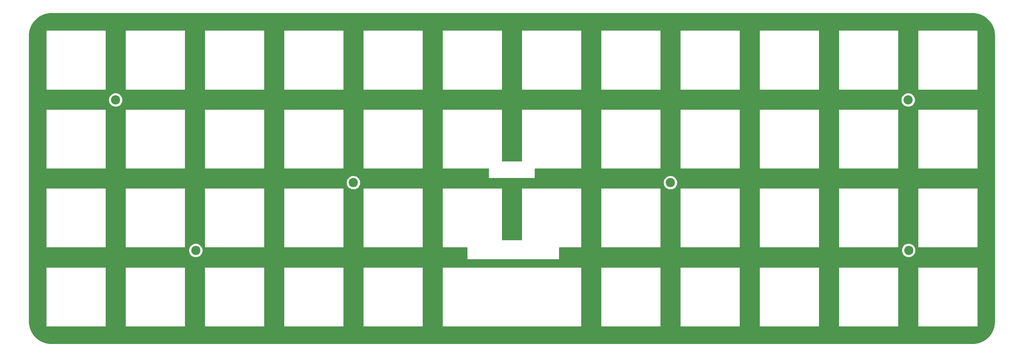
<source format=gbr>
%TF.GenerationSoftware,KiCad,Pcbnew,7.0.2*%
%TF.CreationDate,2023-05-30T09:56:30-07:00*%
%TF.ProjectId,=48,3d34382e-6b69-4636-9164-5f7063625858,rev?*%
%TF.SameCoordinates,Original*%
%TF.FileFunction,Copper,L1,Top*%
%TF.FilePolarity,Positive*%
%FSLAX46Y46*%
G04 Gerber Fmt 4.6, Leading zero omitted, Abs format (unit mm)*
G04 Created by KiCad (PCBNEW 7.0.2) date 2023-05-30 09:56:30*
%MOMM*%
%LPD*%
G01*
G04 APERTURE LIST*
%TA.AperFunction,ComponentPad*%
%ADD10C,2.200000*%
%TD*%
G04 APERTURE END LIST*
D10*
%TO.P,REF\u002A\u002A,*%
%TO.N,*%
X90068400Y-53924200D03*
%TD*%
%TO.P,REF\u002A\u002A,*%
%TO.N,*%
X52160000Y-70237400D03*
%TD*%
%TO.P,REF\u002A\u002A,*%
%TO.N,*%
X32918400Y-34010600D03*
%TD*%
%TO.P,REF\u002A\u002A,*%
%TO.N,*%
X166268400Y-53924200D03*
%TD*%
%TO.P,REF\u002A\u002A,*%
%TO.N,*%
X223520000Y-70205600D03*
%TD*%
%TO.P,REF\u002A\u002A,*%
%TO.N,*%
X223418400Y-34010600D03*
%TD*%
%TA.AperFunction,NonConductor*%
G36*
X238922611Y-13091608D02*
G01*
X239137472Y-13100494D01*
X239363091Y-13110345D01*
X239373147Y-13111190D01*
X239596236Y-13138998D01*
X239814128Y-13167685D01*
X239823515Y-13169286D01*
X240045009Y-13215728D01*
X240258629Y-13263087D01*
X240267251Y-13265323D01*
X240412444Y-13308549D01*
X240484959Y-13330138D01*
X240503465Y-13335972D01*
X240693392Y-13395856D01*
X240701254Y-13398627D01*
X240912217Y-13480945D01*
X240914568Y-13481890D01*
X241115274Y-13565025D01*
X241122378Y-13568229D01*
X241325925Y-13667737D01*
X241328760Y-13669168D01*
X241521265Y-13769380D01*
X241527571Y-13772895D01*
X241722311Y-13888935D01*
X241725475Y-13890885D01*
X241908439Y-14007447D01*
X241913954Y-14011169D01*
X242098446Y-14142893D01*
X242101910Y-14145457D01*
X242273992Y-14277499D01*
X242278722Y-14281313D01*
X242451752Y-14427862D01*
X242455442Y-14431114D01*
X242615314Y-14577610D01*
X242619285Y-14581412D01*
X242779586Y-14741713D01*
X242783388Y-14745684D01*
X242929884Y-14905556D01*
X242933136Y-14909246D01*
X243079685Y-15082276D01*
X243083499Y-15087006D01*
X243215523Y-15259063D01*
X243218105Y-15262552D01*
X243349829Y-15447044D01*
X243353551Y-15452559D01*
X243470101Y-15635505D01*
X243472075Y-15638707D01*
X243588100Y-15833422D01*
X243591622Y-15839740D01*
X243691827Y-16032232D01*
X243693261Y-16035073D01*
X243792765Y-16238612D01*
X243795977Y-16245733D01*
X243879082Y-16446365D01*
X243880054Y-16448781D01*
X243962370Y-16659740D01*
X243965157Y-16667653D01*
X244030861Y-16876040D01*
X244095669Y-17093726D01*
X244097918Y-17102398D01*
X244145284Y-17316051D01*
X244191712Y-17537479D01*
X244193315Y-17546884D01*
X244222011Y-17764841D01*
X244249807Y-17987836D01*
X244250654Y-17997923D01*
X244260510Y-18223649D01*
X244269392Y-18438388D01*
X244269500Y-18443595D01*
X244269500Y-87382804D01*
X244269392Y-87388011D01*
X244260510Y-87602750D01*
X244250654Y-87828475D01*
X244249806Y-87838563D01*
X244222011Y-88061558D01*
X244193315Y-88279513D01*
X244191711Y-88288921D01*
X244145284Y-88510347D01*
X244097919Y-88723997D01*
X244095669Y-88732674D01*
X244030861Y-88950359D01*
X243965157Y-89158749D01*
X243962371Y-89166654D01*
X243880053Y-89377617D01*
X243879082Y-89380033D01*
X243795977Y-89580665D01*
X243792765Y-89587786D01*
X243693261Y-89791325D01*
X243691827Y-89794166D01*
X243591622Y-89986658D01*
X243588100Y-89992976D01*
X243472075Y-90187691D01*
X243470101Y-90190893D01*
X243353551Y-90373839D01*
X243349829Y-90379354D01*
X243218105Y-90563846D01*
X243215523Y-90567335D01*
X243083499Y-90739392D01*
X243079685Y-90744122D01*
X242933136Y-90917152D01*
X242929884Y-90920842D01*
X242783388Y-91080714D01*
X242779586Y-91084685D01*
X242619285Y-91244986D01*
X242615314Y-91248788D01*
X242455442Y-91395284D01*
X242451752Y-91398536D01*
X242278722Y-91545085D01*
X242273992Y-91548899D01*
X242101935Y-91680923D01*
X242098446Y-91683505D01*
X241913954Y-91815229D01*
X241908439Y-91818951D01*
X241725493Y-91935501D01*
X241722291Y-91937475D01*
X241527576Y-92053500D01*
X241521258Y-92057022D01*
X241328766Y-92157227D01*
X241325925Y-92158661D01*
X241122386Y-92258165D01*
X241115265Y-92261377D01*
X240914633Y-92344482D01*
X240912217Y-92345454D01*
X240701258Y-92427770D01*
X240693345Y-92430557D01*
X240484959Y-92496261D01*
X240267272Y-92561069D01*
X240258600Y-92563318D01*
X240044948Y-92610684D01*
X239823519Y-92657112D01*
X239814114Y-92658715D01*
X239596158Y-92687411D01*
X239373162Y-92715207D01*
X239363075Y-92716054D01*
X239137350Y-92725910D01*
X238922611Y-92734792D01*
X238917404Y-92734900D01*
X17422596Y-92734900D01*
X17417389Y-92734792D01*
X17202649Y-92725910D01*
X16976923Y-92716054D01*
X16966835Y-92715206D01*
X16743841Y-92687411D01*
X16525885Y-92658715D01*
X16516477Y-92657111D01*
X16295052Y-92610684D01*
X16081401Y-92563319D01*
X16072724Y-92561069D01*
X15855040Y-92496261D01*
X15696254Y-92446197D01*
X15646641Y-92430554D01*
X15638744Y-92427771D01*
X15427781Y-92345453D01*
X15425365Y-92344482D01*
X15224733Y-92261377D01*
X15217612Y-92258165D01*
X15014073Y-92158661D01*
X15011232Y-92157227D01*
X14818740Y-92057022D01*
X14812422Y-92053500D01*
X14617707Y-91937475D01*
X14614505Y-91935501D01*
X14431559Y-91818951D01*
X14426044Y-91815229D01*
X14241552Y-91683505D01*
X14238063Y-91680923D01*
X14066006Y-91548899D01*
X14061276Y-91545085D01*
X13888246Y-91398536D01*
X13884556Y-91395284D01*
X13724684Y-91248788D01*
X13720713Y-91244986D01*
X13560412Y-91084685D01*
X13556610Y-91080714D01*
X13410114Y-90920842D01*
X13406862Y-90917152D01*
X13260313Y-90744122D01*
X13256499Y-90739392D01*
X13124457Y-90567310D01*
X13121893Y-90563846D01*
X12990169Y-90379354D01*
X12986447Y-90373839D01*
X12869897Y-90190893D01*
X12867923Y-90187691D01*
X12751898Y-89992976D01*
X12748376Y-89986658D01*
X12648171Y-89794166D01*
X12646737Y-89791325D01*
X12547233Y-89587786D01*
X12544021Y-89580665D01*
X12460889Y-89379966D01*
X12459970Y-89377683D01*
X12377624Y-89166649D01*
X12374841Y-89158744D01*
X12309138Y-88950358D01*
X12244329Y-88732672D01*
X12242084Y-88724016D01*
X12194715Y-88510347D01*
X12186570Y-88471500D01*
X16321415Y-88471500D01*
X16321458Y-88495999D01*
X16321500Y-88496099D01*
X16321616Y-88496382D01*
X16321617Y-88496383D01*
X16322000Y-88496541D01*
X16322002Y-88496539D01*
X16347014Y-88496524D01*
X16347014Y-88496528D01*
X16347158Y-88496500D01*
X30446842Y-88496500D01*
X30446985Y-88496528D01*
X30446986Y-88496524D01*
X30471997Y-88496539D01*
X30472000Y-88496541D01*
X30472383Y-88496383D01*
X30472500Y-88496099D01*
X30472541Y-88496000D01*
X30472541Y-88495999D01*
X30472584Y-88471500D01*
X35371415Y-88471500D01*
X35371458Y-88495999D01*
X35371500Y-88496099D01*
X35371616Y-88496382D01*
X35371617Y-88496383D01*
X35372000Y-88496541D01*
X35372002Y-88496539D01*
X35397014Y-88496524D01*
X35397014Y-88496528D01*
X35397158Y-88496500D01*
X49496842Y-88496500D01*
X49496985Y-88496528D01*
X49496986Y-88496524D01*
X49521997Y-88496539D01*
X49522000Y-88496541D01*
X49522383Y-88496383D01*
X49522500Y-88496099D01*
X49522541Y-88496000D01*
X49522541Y-88495999D01*
X49522584Y-88471500D01*
X54421415Y-88471500D01*
X54421458Y-88495999D01*
X54421500Y-88496099D01*
X54421616Y-88496382D01*
X54421617Y-88496383D01*
X54422000Y-88496541D01*
X54422002Y-88496539D01*
X54447014Y-88496524D01*
X54447014Y-88496528D01*
X54447158Y-88496500D01*
X68546842Y-88496500D01*
X68546985Y-88496528D01*
X68546986Y-88496524D01*
X68571997Y-88496539D01*
X68572000Y-88496541D01*
X68572383Y-88496383D01*
X68572500Y-88496099D01*
X68572541Y-88496000D01*
X68572541Y-88495999D01*
X68572584Y-88471500D01*
X73471415Y-88471500D01*
X73471458Y-88495999D01*
X73471500Y-88496099D01*
X73471616Y-88496382D01*
X73471617Y-88496383D01*
X73472000Y-88496541D01*
X73472002Y-88496539D01*
X73497014Y-88496524D01*
X73497014Y-88496528D01*
X73497158Y-88496500D01*
X87596842Y-88496500D01*
X87596985Y-88496528D01*
X87596986Y-88496524D01*
X87621997Y-88496539D01*
X87622000Y-88496541D01*
X87622383Y-88496383D01*
X87622500Y-88496099D01*
X87622541Y-88496000D01*
X87622541Y-88495999D01*
X87622584Y-88471500D01*
X92521415Y-88471500D01*
X92521458Y-88495999D01*
X92521500Y-88496099D01*
X92521616Y-88496382D01*
X92521617Y-88496383D01*
X92522000Y-88496541D01*
X92522002Y-88496539D01*
X92547014Y-88496524D01*
X92547014Y-88496528D01*
X92547158Y-88496500D01*
X106646842Y-88496500D01*
X106646985Y-88496528D01*
X106646986Y-88496524D01*
X106671997Y-88496539D01*
X106672000Y-88496541D01*
X106672383Y-88496383D01*
X106672500Y-88496099D01*
X106672541Y-88496000D01*
X106672541Y-88495999D01*
X106672584Y-88471500D01*
X111571415Y-88471500D01*
X111571458Y-88495999D01*
X111571500Y-88496099D01*
X111571616Y-88496382D01*
X111571617Y-88496383D01*
X111572000Y-88496541D01*
X111572002Y-88496539D01*
X111597014Y-88496524D01*
X111597014Y-88496528D01*
X111597158Y-88496500D01*
X144746842Y-88496500D01*
X144746985Y-88496528D01*
X144746986Y-88496524D01*
X144771997Y-88496539D01*
X144772000Y-88496541D01*
X144772383Y-88496383D01*
X144772500Y-88496099D01*
X144772541Y-88496000D01*
X144772541Y-88495999D01*
X144772584Y-88471500D01*
X149671415Y-88471500D01*
X149671458Y-88495999D01*
X149671500Y-88496099D01*
X149671616Y-88496382D01*
X149671617Y-88496383D01*
X149672000Y-88496541D01*
X149672002Y-88496539D01*
X149697014Y-88496524D01*
X149697014Y-88496528D01*
X149697158Y-88496500D01*
X163796842Y-88496500D01*
X163796985Y-88496528D01*
X163796986Y-88496524D01*
X163821997Y-88496539D01*
X163822000Y-88496541D01*
X163822383Y-88496383D01*
X163822500Y-88496099D01*
X163822541Y-88496000D01*
X163822541Y-88495999D01*
X163822584Y-88471500D01*
X168721415Y-88471500D01*
X168721458Y-88495999D01*
X168721500Y-88496099D01*
X168721616Y-88496382D01*
X168721617Y-88496383D01*
X168722000Y-88496541D01*
X168722002Y-88496539D01*
X168747014Y-88496524D01*
X168747014Y-88496528D01*
X168747158Y-88496500D01*
X182846842Y-88496500D01*
X182846985Y-88496528D01*
X182846986Y-88496524D01*
X182871997Y-88496539D01*
X182872000Y-88496541D01*
X182872383Y-88496383D01*
X182872500Y-88496099D01*
X182872541Y-88496000D01*
X182872541Y-88495999D01*
X182872584Y-88471500D01*
X187771415Y-88471500D01*
X187771458Y-88495999D01*
X187771500Y-88496099D01*
X187771616Y-88496382D01*
X187771617Y-88496383D01*
X187772000Y-88496541D01*
X187772002Y-88496539D01*
X187797014Y-88496524D01*
X187797014Y-88496528D01*
X187797158Y-88496500D01*
X201896842Y-88496500D01*
X201896985Y-88496528D01*
X201896986Y-88496524D01*
X201921997Y-88496539D01*
X201922000Y-88496541D01*
X201922383Y-88496383D01*
X201922500Y-88496099D01*
X201922541Y-88496000D01*
X201922541Y-88495999D01*
X201922584Y-88471500D01*
X206821415Y-88471500D01*
X206821458Y-88495999D01*
X206821500Y-88496099D01*
X206821616Y-88496382D01*
X206821617Y-88496383D01*
X206822000Y-88496541D01*
X206822002Y-88496539D01*
X206847014Y-88496524D01*
X206847014Y-88496528D01*
X206847158Y-88496500D01*
X220946842Y-88496500D01*
X220946985Y-88496528D01*
X220946986Y-88496524D01*
X220971997Y-88496539D01*
X220972000Y-88496541D01*
X220972383Y-88496383D01*
X220972500Y-88496099D01*
X220972541Y-88496000D01*
X220972541Y-88495999D01*
X220972584Y-88471500D01*
X225871415Y-88471500D01*
X225871458Y-88495999D01*
X225871500Y-88496099D01*
X225871616Y-88496382D01*
X225871617Y-88496383D01*
X225872000Y-88496541D01*
X225872002Y-88496539D01*
X225897014Y-88496524D01*
X225897014Y-88496528D01*
X225897158Y-88496500D01*
X239996842Y-88496500D01*
X239996985Y-88496528D01*
X239996986Y-88496524D01*
X240021997Y-88496539D01*
X240022000Y-88496541D01*
X240022383Y-88496383D01*
X240022500Y-88496099D01*
X240022541Y-88496000D01*
X240022541Y-88495999D01*
X240022584Y-88471500D01*
X240022500Y-88471072D01*
X240022500Y-74371157D01*
X240022528Y-74371014D01*
X240022524Y-74371014D01*
X240022539Y-74346002D01*
X240022541Y-74346000D01*
X240022383Y-74345617D01*
X240022379Y-74345615D01*
X240022097Y-74345499D01*
X240022000Y-74345459D01*
X239997048Y-74345459D01*
X239996842Y-74345500D01*
X225897158Y-74345500D01*
X225896952Y-74345459D01*
X225871999Y-74345459D01*
X225871900Y-74345500D01*
X225871618Y-74345615D01*
X225871617Y-74345617D01*
X225871459Y-74346000D01*
X225871476Y-74371014D01*
X225871471Y-74371014D01*
X225871500Y-74371157D01*
X225871500Y-88471072D01*
X225871415Y-88471500D01*
X220972584Y-88471500D01*
X220972500Y-88471072D01*
X220972500Y-74371157D01*
X220972528Y-74371014D01*
X220972524Y-74371014D01*
X220972539Y-74346002D01*
X220972541Y-74346000D01*
X220972383Y-74345617D01*
X220972379Y-74345615D01*
X220972097Y-74345499D01*
X220972000Y-74345459D01*
X220947048Y-74345459D01*
X220946842Y-74345500D01*
X206847158Y-74345500D01*
X206846952Y-74345459D01*
X206821999Y-74345459D01*
X206821900Y-74345500D01*
X206821618Y-74345615D01*
X206821617Y-74345617D01*
X206821459Y-74346000D01*
X206821476Y-74371014D01*
X206821471Y-74371014D01*
X206821500Y-74371157D01*
X206821500Y-88471072D01*
X206821415Y-88471500D01*
X201922584Y-88471500D01*
X201922500Y-88471072D01*
X201922500Y-74371157D01*
X201922528Y-74371014D01*
X201922524Y-74371014D01*
X201922539Y-74346002D01*
X201922541Y-74346000D01*
X201922383Y-74345617D01*
X201922379Y-74345615D01*
X201922097Y-74345499D01*
X201922000Y-74345459D01*
X201897048Y-74345459D01*
X201896842Y-74345500D01*
X187797158Y-74345500D01*
X187796952Y-74345459D01*
X187771999Y-74345459D01*
X187771900Y-74345500D01*
X187771618Y-74345615D01*
X187771617Y-74345617D01*
X187771459Y-74346000D01*
X187771476Y-74371014D01*
X187771471Y-74371014D01*
X187771500Y-74371157D01*
X187771500Y-88471072D01*
X187771415Y-88471500D01*
X182872584Y-88471500D01*
X182872500Y-88471072D01*
X182872500Y-74371157D01*
X182872528Y-74371014D01*
X182872524Y-74371014D01*
X182872539Y-74346002D01*
X182872541Y-74346000D01*
X182872383Y-74345617D01*
X182872379Y-74345615D01*
X182872097Y-74345499D01*
X182872000Y-74345459D01*
X182847048Y-74345459D01*
X182846842Y-74345500D01*
X168747158Y-74345500D01*
X168746952Y-74345459D01*
X168721999Y-74345459D01*
X168721900Y-74345500D01*
X168721618Y-74345615D01*
X168721617Y-74345617D01*
X168721459Y-74346000D01*
X168721476Y-74371014D01*
X168721471Y-74371014D01*
X168721500Y-74371157D01*
X168721500Y-88471072D01*
X168721415Y-88471500D01*
X163822584Y-88471500D01*
X163822500Y-88471072D01*
X163822500Y-74371157D01*
X163822528Y-74371014D01*
X163822524Y-74371014D01*
X163822539Y-74346002D01*
X163822541Y-74346000D01*
X163822383Y-74345617D01*
X163822379Y-74345615D01*
X163822097Y-74345499D01*
X163822000Y-74345459D01*
X163797048Y-74345459D01*
X163796842Y-74345500D01*
X149697158Y-74345500D01*
X149696952Y-74345459D01*
X149671999Y-74345459D01*
X149671900Y-74345500D01*
X149671618Y-74345615D01*
X149671617Y-74345617D01*
X149671459Y-74346000D01*
X149671476Y-74371014D01*
X149671471Y-74371014D01*
X149671500Y-74371157D01*
X149671500Y-88471072D01*
X149671415Y-88471500D01*
X144772584Y-88471500D01*
X144772500Y-88471072D01*
X144772500Y-74371157D01*
X144772528Y-74371014D01*
X144772524Y-74371014D01*
X144772539Y-74346002D01*
X144772541Y-74346000D01*
X144772383Y-74345617D01*
X144772379Y-74345615D01*
X144772097Y-74345499D01*
X144772000Y-74345459D01*
X144747048Y-74345459D01*
X144746842Y-74345500D01*
X111597158Y-74345500D01*
X111596952Y-74345459D01*
X111571999Y-74345459D01*
X111571900Y-74345500D01*
X111571618Y-74345615D01*
X111571617Y-74345617D01*
X111571459Y-74346000D01*
X111571476Y-74371014D01*
X111571471Y-74371014D01*
X111571500Y-74371157D01*
X111571500Y-88471072D01*
X111571415Y-88471500D01*
X106672584Y-88471500D01*
X106672500Y-88471072D01*
X106672500Y-74371157D01*
X106672528Y-74371014D01*
X106672524Y-74371014D01*
X106672539Y-74346002D01*
X106672541Y-74346000D01*
X106672383Y-74345617D01*
X106672379Y-74345615D01*
X106672097Y-74345499D01*
X106672000Y-74345459D01*
X106647048Y-74345459D01*
X106646842Y-74345500D01*
X92547158Y-74345500D01*
X92546952Y-74345459D01*
X92521999Y-74345459D01*
X92521900Y-74345500D01*
X92521618Y-74345615D01*
X92521617Y-74345617D01*
X92521459Y-74346000D01*
X92521476Y-74371014D01*
X92521471Y-74371014D01*
X92521500Y-74371157D01*
X92521500Y-88471072D01*
X92521415Y-88471500D01*
X87622584Y-88471500D01*
X87622500Y-88471072D01*
X87622500Y-74371157D01*
X87622528Y-74371014D01*
X87622524Y-74371014D01*
X87622539Y-74346002D01*
X87622541Y-74346000D01*
X87622383Y-74345617D01*
X87622379Y-74345615D01*
X87622097Y-74345499D01*
X87622000Y-74345459D01*
X87597048Y-74345459D01*
X87596842Y-74345500D01*
X73497158Y-74345500D01*
X73496952Y-74345459D01*
X73471999Y-74345459D01*
X73471900Y-74345500D01*
X73471618Y-74345615D01*
X73471617Y-74345617D01*
X73471459Y-74346000D01*
X73471476Y-74371014D01*
X73471471Y-74371014D01*
X73471500Y-74371157D01*
X73471500Y-88471072D01*
X73471415Y-88471500D01*
X68572584Y-88471500D01*
X68572500Y-88471072D01*
X68572500Y-74371157D01*
X68572528Y-74371014D01*
X68572524Y-74371014D01*
X68572539Y-74346002D01*
X68572541Y-74346000D01*
X68572383Y-74345617D01*
X68572379Y-74345615D01*
X68572097Y-74345499D01*
X68572000Y-74345459D01*
X68547048Y-74345459D01*
X68546842Y-74345500D01*
X54447158Y-74345500D01*
X54446952Y-74345459D01*
X54421999Y-74345459D01*
X54421900Y-74345500D01*
X54421618Y-74345615D01*
X54421617Y-74345617D01*
X54421459Y-74346000D01*
X54421476Y-74371014D01*
X54421471Y-74371014D01*
X54421500Y-74371157D01*
X54421500Y-88471072D01*
X54421415Y-88471500D01*
X49522584Y-88471500D01*
X49522500Y-88471072D01*
X49522500Y-74371157D01*
X49522528Y-74371014D01*
X49522524Y-74371014D01*
X49522539Y-74346002D01*
X49522541Y-74346000D01*
X49522383Y-74345617D01*
X49522379Y-74345615D01*
X49522097Y-74345499D01*
X49522000Y-74345459D01*
X49497048Y-74345459D01*
X49496842Y-74345500D01*
X35397158Y-74345500D01*
X35396952Y-74345459D01*
X35371999Y-74345459D01*
X35371900Y-74345500D01*
X35371618Y-74345615D01*
X35371617Y-74345617D01*
X35371459Y-74346000D01*
X35371476Y-74371014D01*
X35371471Y-74371014D01*
X35371500Y-74371157D01*
X35371500Y-88471072D01*
X35371415Y-88471500D01*
X30472584Y-88471500D01*
X30472500Y-88471072D01*
X30472500Y-74371157D01*
X30472528Y-74371014D01*
X30472524Y-74371014D01*
X30472539Y-74346002D01*
X30472541Y-74346000D01*
X30472383Y-74345617D01*
X30472379Y-74345615D01*
X30472097Y-74345499D01*
X30472000Y-74345459D01*
X30447048Y-74345459D01*
X30446842Y-74345500D01*
X16347158Y-74345500D01*
X16346952Y-74345459D01*
X16321999Y-74345459D01*
X16321900Y-74345500D01*
X16321618Y-74345615D01*
X16321617Y-74345617D01*
X16321459Y-74346000D01*
X16321476Y-74371014D01*
X16321471Y-74371014D01*
X16321500Y-74371157D01*
X16321500Y-88471072D01*
X16321415Y-88471500D01*
X12186570Y-88471500D01*
X12148281Y-88288894D01*
X12146686Y-88279533D01*
X12117998Y-88061635D01*
X12090187Y-87838522D01*
X12089345Y-87828493D01*
X12079494Y-87602872D01*
X12070608Y-87388011D01*
X12070500Y-87382804D01*
X12070500Y-70237400D01*
X50546526Y-70237400D01*
X50566390Y-70489803D01*
X50625494Y-70735991D01*
X50625495Y-70735991D01*
X50722384Y-70969902D01*
X50854672Y-71185776D01*
X51019102Y-71378298D01*
X51211624Y-71542728D01*
X51427498Y-71675016D01*
X51661409Y-71771905D01*
X51848492Y-71816819D01*
X51907596Y-71831009D01*
X51926011Y-71832458D01*
X52160000Y-71850874D01*
X52412403Y-71831009D01*
X52658591Y-71771905D01*
X52892502Y-71675016D01*
X53108376Y-71542728D01*
X53300898Y-71378298D01*
X53465328Y-71185776D01*
X53597616Y-70969902D01*
X53694505Y-70735991D01*
X53753609Y-70489803D01*
X53773474Y-70237400D01*
X53753609Y-69984997D01*
X53694505Y-69738809D01*
X53597616Y-69504898D01*
X53577150Y-69471500D01*
X54421415Y-69471500D01*
X54421458Y-69495999D01*
X54421500Y-69496099D01*
X54421616Y-69496382D01*
X54421617Y-69496383D01*
X54422000Y-69496541D01*
X54422002Y-69496539D01*
X54447014Y-69496524D01*
X54447014Y-69496528D01*
X54447158Y-69496500D01*
X68546842Y-69496500D01*
X68546985Y-69496528D01*
X68546986Y-69496524D01*
X68571997Y-69496539D01*
X68572000Y-69496541D01*
X68572383Y-69496383D01*
X68572500Y-69496099D01*
X68572541Y-69496000D01*
X68572541Y-69495999D01*
X68572584Y-69471500D01*
X73471415Y-69471500D01*
X73471458Y-69495999D01*
X73471500Y-69496099D01*
X73471616Y-69496382D01*
X73471617Y-69496383D01*
X73472000Y-69496541D01*
X73472002Y-69496539D01*
X73497014Y-69496524D01*
X73497014Y-69496528D01*
X73497158Y-69496500D01*
X87596842Y-69496500D01*
X87596985Y-69496528D01*
X87596986Y-69496524D01*
X87621997Y-69496539D01*
X87622000Y-69496541D01*
X87622383Y-69496383D01*
X87622500Y-69496099D01*
X87622541Y-69496000D01*
X87622541Y-69495999D01*
X87622584Y-69471500D01*
X92521415Y-69471500D01*
X92521458Y-69495999D01*
X92521500Y-69496099D01*
X92521616Y-69496382D01*
X92521617Y-69496383D01*
X92522000Y-69496541D01*
X92522002Y-69496539D01*
X92547014Y-69496524D01*
X92547014Y-69496528D01*
X92547158Y-69496500D01*
X106646842Y-69496500D01*
X106646985Y-69496528D01*
X106646986Y-69496524D01*
X106671997Y-69496539D01*
X106672000Y-69496541D01*
X106672383Y-69496383D01*
X106672500Y-69496099D01*
X106672541Y-69496000D01*
X106672541Y-69495999D01*
X106672584Y-69471500D01*
X111571415Y-69471500D01*
X111571458Y-69495999D01*
X111571500Y-69496099D01*
X111571616Y-69496382D01*
X111571617Y-69496383D01*
X111572000Y-69496541D01*
X111572002Y-69496539D01*
X111580518Y-69496498D01*
X116660659Y-69495119D01*
X117343466Y-69494934D01*
X117411592Y-69514918D01*
X117458099Y-69568561D01*
X117469500Y-69620934D01*
X117469499Y-72285072D01*
X117469415Y-72285500D01*
X117469458Y-72309999D01*
X117469500Y-72310099D01*
X117469616Y-72310382D01*
X117469617Y-72310383D01*
X117470000Y-72310541D01*
X117470002Y-72310539D01*
X117495014Y-72310524D01*
X117495014Y-72310528D01*
X117495158Y-72310500D01*
X128469901Y-72310500D01*
X139444842Y-72310500D01*
X139444985Y-72310528D01*
X139444986Y-72310524D01*
X139469997Y-72310539D01*
X139470000Y-72310541D01*
X139470383Y-72310383D01*
X139470500Y-72310099D01*
X139470541Y-72310000D01*
X139470541Y-72309999D01*
X139470584Y-72285500D01*
X139470500Y-72285072D01*
X139470500Y-70205600D01*
X221906526Y-70205600D01*
X221926390Y-70458003D01*
X221934025Y-70489803D01*
X221985495Y-70704191D01*
X222082384Y-70938102D01*
X222214672Y-71153976D01*
X222379102Y-71346498D01*
X222571624Y-71510928D01*
X222787498Y-71643216D01*
X223021409Y-71740105D01*
X223208491Y-71785019D01*
X223267596Y-71799209D01*
X223286011Y-71800658D01*
X223520000Y-71819074D01*
X223772403Y-71799209D01*
X224018591Y-71740105D01*
X224252502Y-71643216D01*
X224468376Y-71510928D01*
X224660898Y-71346498D01*
X224825328Y-71153976D01*
X224957616Y-70938102D01*
X225054505Y-70704191D01*
X225113609Y-70458003D01*
X225133474Y-70205600D01*
X225113609Y-69953197D01*
X225054505Y-69707009D01*
X224957616Y-69473098D01*
X224956637Y-69471500D01*
X225871415Y-69471500D01*
X225871458Y-69495999D01*
X225871500Y-69496099D01*
X225871616Y-69496382D01*
X225871617Y-69496383D01*
X225872000Y-69496541D01*
X225872002Y-69496539D01*
X225897014Y-69496524D01*
X225897014Y-69496528D01*
X225897158Y-69496500D01*
X239996842Y-69496500D01*
X239996985Y-69496528D01*
X239996986Y-69496524D01*
X240021997Y-69496539D01*
X240022000Y-69496541D01*
X240022383Y-69496383D01*
X240022500Y-69496099D01*
X240022541Y-69496000D01*
X240022541Y-69495999D01*
X240022584Y-69471500D01*
X240022500Y-69471072D01*
X240022500Y-55371157D01*
X240022528Y-55371014D01*
X240022524Y-55371014D01*
X240022539Y-55346002D01*
X240022541Y-55346000D01*
X240022383Y-55345617D01*
X240022379Y-55345615D01*
X240022097Y-55345499D01*
X240022000Y-55345459D01*
X239997048Y-55345459D01*
X239996842Y-55345500D01*
X225897158Y-55345500D01*
X225896952Y-55345459D01*
X225871999Y-55345459D01*
X225871900Y-55345500D01*
X225871618Y-55345615D01*
X225871617Y-55345617D01*
X225871459Y-55346000D01*
X225871476Y-55371014D01*
X225871471Y-55371014D01*
X225871500Y-55371157D01*
X225871500Y-69471072D01*
X225871415Y-69471500D01*
X224956637Y-69471500D01*
X224825328Y-69257224D01*
X224660898Y-69064702D01*
X224468376Y-68900272D01*
X224252502Y-68767984D01*
X224018591Y-68671095D01*
X223772403Y-68611990D01*
X223520000Y-68592126D01*
X223267596Y-68611990D01*
X223021408Y-68671095D01*
X222787499Y-68767983D01*
X222735607Y-68799783D01*
X222571624Y-68900272D01*
X222571622Y-68900273D01*
X222571623Y-68900273D01*
X222379102Y-69064702D01*
X222214673Y-69257223D01*
X222082383Y-69473099D01*
X221985495Y-69707008D01*
X221926390Y-69953196D01*
X221906526Y-70205600D01*
X139470500Y-70205600D01*
X139470500Y-69620938D01*
X139490502Y-69552817D01*
X139544158Y-69506324D01*
X139596537Y-69494938D01*
X144757567Y-69496494D01*
X144771997Y-69496539D01*
X144772000Y-69496541D01*
X144772383Y-69496383D01*
X144772500Y-69496099D01*
X144772541Y-69496000D01*
X144772541Y-69495999D01*
X144772584Y-69471500D01*
X149671415Y-69471500D01*
X149671458Y-69495999D01*
X149671500Y-69496099D01*
X149671616Y-69496382D01*
X149671617Y-69496383D01*
X149672000Y-69496541D01*
X149672002Y-69496539D01*
X149697014Y-69496524D01*
X149697014Y-69496528D01*
X149697158Y-69496500D01*
X163796842Y-69496500D01*
X163796985Y-69496528D01*
X163796986Y-69496524D01*
X163821997Y-69496539D01*
X163822000Y-69496541D01*
X163822383Y-69496383D01*
X163822500Y-69496099D01*
X163822541Y-69496000D01*
X163822541Y-69495999D01*
X163822584Y-69471500D01*
X168721415Y-69471500D01*
X168721458Y-69495999D01*
X168721500Y-69496099D01*
X168721616Y-69496382D01*
X168721617Y-69496383D01*
X168722000Y-69496541D01*
X168722002Y-69496539D01*
X168747014Y-69496524D01*
X168747014Y-69496528D01*
X168747158Y-69496500D01*
X182846842Y-69496500D01*
X182846985Y-69496528D01*
X182846986Y-69496524D01*
X182871997Y-69496539D01*
X182872000Y-69496541D01*
X182872383Y-69496383D01*
X182872500Y-69496099D01*
X182872541Y-69496000D01*
X182872541Y-69495999D01*
X182872584Y-69471500D01*
X187771415Y-69471500D01*
X187771458Y-69495999D01*
X187771500Y-69496099D01*
X187771616Y-69496382D01*
X187771617Y-69496383D01*
X187772000Y-69496541D01*
X187772002Y-69496539D01*
X187797014Y-69496524D01*
X187797014Y-69496528D01*
X187797158Y-69496500D01*
X201896842Y-69496500D01*
X201896985Y-69496528D01*
X201896986Y-69496524D01*
X201921997Y-69496539D01*
X201922000Y-69496541D01*
X201922383Y-69496383D01*
X201922500Y-69496099D01*
X201922541Y-69496000D01*
X201922541Y-69495999D01*
X201922584Y-69471500D01*
X206821415Y-69471500D01*
X206821458Y-69495999D01*
X206821500Y-69496099D01*
X206821616Y-69496382D01*
X206821617Y-69496383D01*
X206822000Y-69496541D01*
X206822002Y-69496539D01*
X206847014Y-69496524D01*
X206847014Y-69496528D01*
X206847158Y-69496500D01*
X220946842Y-69496500D01*
X220946985Y-69496528D01*
X220946986Y-69496524D01*
X220971997Y-69496539D01*
X220972000Y-69496541D01*
X220972383Y-69496383D01*
X220972500Y-69496099D01*
X220972541Y-69496000D01*
X220972541Y-69495999D01*
X220972584Y-69471500D01*
X220972500Y-69471072D01*
X220972500Y-55371157D01*
X220972528Y-55371014D01*
X220972524Y-55371014D01*
X220972539Y-55346002D01*
X220972541Y-55346000D01*
X220972383Y-55345617D01*
X220972379Y-55345615D01*
X220972097Y-55345499D01*
X220972000Y-55345459D01*
X220947048Y-55345459D01*
X220946842Y-55345500D01*
X206847158Y-55345500D01*
X206846952Y-55345459D01*
X206821999Y-55345459D01*
X206821900Y-55345500D01*
X206821618Y-55345615D01*
X206821617Y-55345617D01*
X206821459Y-55346000D01*
X206821476Y-55371014D01*
X206821471Y-55371014D01*
X206821500Y-55371157D01*
X206821500Y-69471072D01*
X206821415Y-69471500D01*
X201922584Y-69471500D01*
X201922500Y-69471072D01*
X201922500Y-55371157D01*
X201922528Y-55371014D01*
X201922524Y-55371014D01*
X201922539Y-55346002D01*
X201922541Y-55346000D01*
X201922383Y-55345617D01*
X201922379Y-55345615D01*
X201922097Y-55345499D01*
X201922000Y-55345459D01*
X201897048Y-55345459D01*
X201896842Y-55345500D01*
X187797158Y-55345500D01*
X187796952Y-55345459D01*
X187771999Y-55345459D01*
X187771900Y-55345500D01*
X187771618Y-55345615D01*
X187771617Y-55345617D01*
X187771459Y-55346000D01*
X187771476Y-55371014D01*
X187771471Y-55371014D01*
X187771500Y-55371157D01*
X187771500Y-69471072D01*
X187771415Y-69471500D01*
X182872584Y-69471500D01*
X182872500Y-69471072D01*
X182872500Y-55371157D01*
X182872528Y-55371014D01*
X182872524Y-55371014D01*
X182872539Y-55346002D01*
X182872541Y-55346000D01*
X182872383Y-55345617D01*
X182872379Y-55345615D01*
X182872097Y-55345499D01*
X182872000Y-55345459D01*
X182847048Y-55345459D01*
X182846842Y-55345500D01*
X168747158Y-55345500D01*
X168746952Y-55345459D01*
X168721999Y-55345459D01*
X168721900Y-55345500D01*
X168721618Y-55345615D01*
X168721617Y-55345617D01*
X168721459Y-55346000D01*
X168721476Y-55371014D01*
X168721471Y-55371014D01*
X168721500Y-55371157D01*
X168721500Y-69471072D01*
X168721415Y-69471500D01*
X163822584Y-69471500D01*
X163822500Y-69471072D01*
X163822500Y-55371157D01*
X163822528Y-55371014D01*
X163822524Y-55371014D01*
X163822539Y-55346002D01*
X163822541Y-55346000D01*
X163822383Y-55345617D01*
X163822379Y-55345615D01*
X163822097Y-55345499D01*
X163822000Y-55345459D01*
X163797048Y-55345459D01*
X163796842Y-55345500D01*
X149697158Y-55345500D01*
X149696952Y-55345459D01*
X149671999Y-55345459D01*
X149671900Y-55345500D01*
X149671618Y-55345615D01*
X149671617Y-55345617D01*
X149671459Y-55346000D01*
X149671476Y-55371014D01*
X149671471Y-55371014D01*
X149671500Y-55371157D01*
X149671500Y-69471072D01*
X149671415Y-69471500D01*
X144772584Y-69471500D01*
X144772500Y-69471072D01*
X144772500Y-55371157D01*
X144772528Y-55371014D01*
X144772524Y-55371014D01*
X144772539Y-55346002D01*
X144772541Y-55346000D01*
X144772383Y-55345617D01*
X144772379Y-55345615D01*
X144772097Y-55345499D01*
X144772000Y-55345459D01*
X144747048Y-55345459D01*
X144746842Y-55345500D01*
X130647158Y-55345500D01*
X130646952Y-55345459D01*
X130621999Y-55345459D01*
X130621900Y-55345500D01*
X130621618Y-55345615D01*
X130621617Y-55345617D01*
X130621459Y-55346000D01*
X130621476Y-55371014D01*
X130621471Y-55371014D01*
X130621500Y-55371157D01*
X130621500Y-67643500D01*
X130601498Y-67711621D01*
X130547842Y-67758114D01*
X130495500Y-67769500D01*
X125848500Y-67769500D01*
X125780379Y-67749498D01*
X125733886Y-67695842D01*
X125722500Y-67643500D01*
X125722499Y-55354658D01*
X125722541Y-55346002D01*
X125722540Y-55346000D01*
X125722541Y-55346000D01*
X125722383Y-55345617D01*
X125722379Y-55345615D01*
X125722097Y-55345499D01*
X125722000Y-55345459D01*
X125697048Y-55345459D01*
X125696842Y-55345500D01*
X111597158Y-55345500D01*
X111596952Y-55345459D01*
X111571999Y-55345459D01*
X111571900Y-55345500D01*
X111571618Y-55345615D01*
X111571617Y-55345617D01*
X111571459Y-55346000D01*
X111571476Y-55371014D01*
X111571471Y-55371014D01*
X111571500Y-55371157D01*
X111571500Y-69471072D01*
X111571415Y-69471500D01*
X106672584Y-69471500D01*
X106672500Y-69471072D01*
X106672500Y-55371157D01*
X106672528Y-55371014D01*
X106672524Y-55371014D01*
X106672539Y-55346002D01*
X106672541Y-55346000D01*
X106672383Y-55345617D01*
X106672379Y-55345615D01*
X106672097Y-55345499D01*
X106672000Y-55345459D01*
X106647048Y-55345459D01*
X106646842Y-55345500D01*
X92547158Y-55345500D01*
X92546952Y-55345459D01*
X92521999Y-55345459D01*
X92521900Y-55345500D01*
X92521618Y-55345615D01*
X92521617Y-55345617D01*
X92521459Y-55346000D01*
X92521476Y-55371014D01*
X92521471Y-55371014D01*
X92521500Y-55371157D01*
X92521500Y-69471072D01*
X92521415Y-69471500D01*
X87622584Y-69471500D01*
X87622500Y-69471072D01*
X87622500Y-55371157D01*
X87622528Y-55371014D01*
X87622524Y-55371014D01*
X87622539Y-55346002D01*
X87622541Y-55346000D01*
X87622383Y-55345617D01*
X87622379Y-55345615D01*
X87622097Y-55345499D01*
X87622000Y-55345459D01*
X87597048Y-55345459D01*
X87596842Y-55345500D01*
X73497158Y-55345500D01*
X73496952Y-55345459D01*
X73471999Y-55345459D01*
X73471900Y-55345500D01*
X73471618Y-55345615D01*
X73471617Y-55345617D01*
X73471459Y-55346000D01*
X73471476Y-55371014D01*
X73471471Y-55371014D01*
X73471500Y-55371157D01*
X73471500Y-69471072D01*
X73471415Y-69471500D01*
X68572584Y-69471500D01*
X68572500Y-69471072D01*
X68572500Y-55371157D01*
X68572528Y-55371014D01*
X68572524Y-55371014D01*
X68572539Y-55346002D01*
X68572541Y-55346000D01*
X68572383Y-55345617D01*
X68572379Y-55345615D01*
X68572097Y-55345499D01*
X68572000Y-55345459D01*
X68547048Y-55345459D01*
X68546842Y-55345500D01*
X54447158Y-55345500D01*
X54446952Y-55345459D01*
X54421999Y-55345459D01*
X54421900Y-55345500D01*
X54421618Y-55345615D01*
X54421617Y-55345617D01*
X54421459Y-55346000D01*
X54421476Y-55371014D01*
X54421471Y-55371014D01*
X54421500Y-55371157D01*
X54421500Y-69471072D01*
X54421415Y-69471500D01*
X53577150Y-69471500D01*
X53465328Y-69289024D01*
X53300898Y-69096502D01*
X53108376Y-68932072D01*
X52892502Y-68799784D01*
X52658591Y-68702895D01*
X52658591Y-68702894D01*
X52412403Y-68643790D01*
X52160000Y-68623926D01*
X51907596Y-68643790D01*
X51661408Y-68702895D01*
X51427499Y-68799783D01*
X51319560Y-68865927D01*
X51211624Y-68932072D01*
X51211622Y-68932073D01*
X51211623Y-68932073D01*
X51019102Y-69096502D01*
X50854673Y-69289023D01*
X50722383Y-69504899D01*
X50625495Y-69738808D01*
X50566390Y-69984996D01*
X50546526Y-70237400D01*
X12070500Y-70237400D01*
X12070500Y-69471500D01*
X16321415Y-69471500D01*
X16321458Y-69495999D01*
X16321500Y-69496099D01*
X16321616Y-69496382D01*
X16321617Y-69496383D01*
X16322000Y-69496541D01*
X16322002Y-69496539D01*
X16347014Y-69496524D01*
X16347014Y-69496528D01*
X16347158Y-69496500D01*
X30446842Y-69496500D01*
X30446985Y-69496528D01*
X30446986Y-69496524D01*
X30471997Y-69496539D01*
X30472000Y-69496541D01*
X30472383Y-69496383D01*
X30472500Y-69496099D01*
X30472541Y-69496000D01*
X30472541Y-69495999D01*
X30472584Y-69471500D01*
X35371415Y-69471500D01*
X35371458Y-69495999D01*
X35371500Y-69496099D01*
X35371616Y-69496382D01*
X35371617Y-69496383D01*
X35372000Y-69496541D01*
X35372002Y-69496539D01*
X35397014Y-69496524D01*
X35397014Y-69496528D01*
X35397158Y-69496500D01*
X49496842Y-69496500D01*
X49496985Y-69496528D01*
X49496986Y-69496524D01*
X49521997Y-69496539D01*
X49522000Y-69496541D01*
X49522383Y-69496383D01*
X49522500Y-69496099D01*
X49522541Y-69496000D01*
X49522541Y-69495999D01*
X49522584Y-69471500D01*
X49522500Y-69471072D01*
X49522500Y-55371157D01*
X49522528Y-55371014D01*
X49522524Y-55371014D01*
X49522539Y-55346002D01*
X49522541Y-55346000D01*
X49522383Y-55345617D01*
X49522379Y-55345615D01*
X49522097Y-55345499D01*
X49522000Y-55345459D01*
X49497048Y-55345459D01*
X49496842Y-55345500D01*
X35397158Y-55345500D01*
X35396952Y-55345459D01*
X35371999Y-55345459D01*
X35371900Y-55345500D01*
X35371618Y-55345615D01*
X35371617Y-55345617D01*
X35371459Y-55346000D01*
X35371476Y-55371014D01*
X35371471Y-55371014D01*
X35371500Y-55371157D01*
X35371500Y-69471072D01*
X35371415Y-69471500D01*
X30472584Y-69471500D01*
X30472500Y-69471072D01*
X30472500Y-55371157D01*
X30472528Y-55371014D01*
X30472524Y-55371014D01*
X30472539Y-55346002D01*
X30472541Y-55346000D01*
X30472383Y-55345617D01*
X30472379Y-55345615D01*
X30472097Y-55345499D01*
X30472000Y-55345459D01*
X30447048Y-55345459D01*
X30446842Y-55345500D01*
X16347158Y-55345500D01*
X16346952Y-55345459D01*
X16321999Y-55345459D01*
X16321900Y-55345500D01*
X16321618Y-55345615D01*
X16321617Y-55345617D01*
X16321459Y-55346000D01*
X16321476Y-55371014D01*
X16321471Y-55371014D01*
X16321500Y-55371157D01*
X16321500Y-69471072D01*
X16321415Y-69471500D01*
X12070500Y-69471500D01*
X12070500Y-53924199D01*
X88454926Y-53924199D01*
X88474790Y-54176603D01*
X88533894Y-54422791D01*
X88533895Y-54422791D01*
X88630784Y-54656702D01*
X88763072Y-54872576D01*
X88927502Y-55065098D01*
X89120024Y-55229528D01*
X89335898Y-55361816D01*
X89569809Y-55458705D01*
X89756892Y-55503619D01*
X89815996Y-55517809D01*
X89834411Y-55519258D01*
X90068400Y-55537674D01*
X90320803Y-55517809D01*
X90566991Y-55458705D01*
X90800902Y-55361816D01*
X91016776Y-55229528D01*
X91209298Y-55065098D01*
X91373728Y-54872576D01*
X91506016Y-54656702D01*
X91602905Y-54422791D01*
X91662009Y-54176603D01*
X91681874Y-53924200D01*
X164654926Y-53924200D01*
X164674790Y-54176603D01*
X164733895Y-54422791D01*
X164830784Y-54656702D01*
X164963072Y-54872576D01*
X165127502Y-55065098D01*
X165320024Y-55229528D01*
X165535898Y-55361816D01*
X165769809Y-55458705D01*
X165956892Y-55503619D01*
X166015996Y-55517809D01*
X166035861Y-55519372D01*
X166268400Y-55537674D01*
X166520803Y-55517809D01*
X166766991Y-55458705D01*
X167000902Y-55361816D01*
X167216776Y-55229528D01*
X167409298Y-55065098D01*
X167573728Y-54872576D01*
X167706016Y-54656702D01*
X167802905Y-54422791D01*
X167862009Y-54176603D01*
X167881874Y-53924200D01*
X167862009Y-53671797D01*
X167802905Y-53425609D01*
X167706016Y-53191698D01*
X167573728Y-52975824D01*
X167409298Y-52783302D01*
X167216776Y-52618872D01*
X167000902Y-52486584D01*
X166766991Y-52389695D01*
X166766990Y-52389695D01*
X166520803Y-52330590D01*
X166268400Y-52310726D01*
X166015996Y-52330590D01*
X165769808Y-52389695D01*
X165535899Y-52486583D01*
X165427960Y-52552727D01*
X165320024Y-52618872D01*
X165127502Y-52783302D01*
X165103349Y-52811582D01*
X164963073Y-52975823D01*
X164830783Y-53191699D01*
X164733895Y-53425608D01*
X164674790Y-53671796D01*
X164654926Y-53924200D01*
X91681874Y-53924200D01*
X91662009Y-53671797D01*
X91602905Y-53425609D01*
X91506016Y-53191698D01*
X91373728Y-52975824D01*
X91209298Y-52783302D01*
X91016776Y-52618872D01*
X90800902Y-52486584D01*
X90566991Y-52389695D01*
X90566990Y-52389694D01*
X90320803Y-52330590D01*
X90068400Y-52310726D01*
X89815996Y-52330590D01*
X89569808Y-52389695D01*
X89335899Y-52486583D01*
X89227961Y-52552727D01*
X89120024Y-52618872D01*
X88927502Y-52783302D01*
X88903349Y-52811582D01*
X88763073Y-52975823D01*
X88630783Y-53191699D01*
X88533895Y-53425608D01*
X88474790Y-53671796D01*
X88454926Y-53924199D01*
X12070500Y-53924199D01*
X12070500Y-50471500D01*
X16321415Y-50471500D01*
X16321458Y-50495999D01*
X16321500Y-50496099D01*
X16321616Y-50496382D01*
X16321617Y-50496383D01*
X16322000Y-50496541D01*
X16322002Y-50496539D01*
X16347014Y-50496524D01*
X16347014Y-50496528D01*
X16347158Y-50496500D01*
X30446842Y-50496500D01*
X30446985Y-50496528D01*
X30446986Y-50496524D01*
X30471997Y-50496539D01*
X30472000Y-50496541D01*
X30472383Y-50496383D01*
X30472500Y-50496099D01*
X30472541Y-50496000D01*
X30472541Y-50495999D01*
X30472584Y-50471500D01*
X35371415Y-50471500D01*
X35371458Y-50495999D01*
X35371500Y-50496099D01*
X35371616Y-50496382D01*
X35371617Y-50496383D01*
X35372000Y-50496541D01*
X35372002Y-50496539D01*
X35397014Y-50496524D01*
X35397014Y-50496528D01*
X35397158Y-50496500D01*
X49496842Y-50496500D01*
X49496985Y-50496528D01*
X49496986Y-50496524D01*
X49521997Y-50496539D01*
X49522000Y-50496541D01*
X49522383Y-50496383D01*
X49522500Y-50496099D01*
X49522541Y-50496000D01*
X49522541Y-50495999D01*
X49522584Y-50471500D01*
X54421415Y-50471500D01*
X54421458Y-50495999D01*
X54421500Y-50496099D01*
X54421616Y-50496382D01*
X54421617Y-50496383D01*
X54422000Y-50496541D01*
X54422002Y-50496539D01*
X54447014Y-50496524D01*
X54447014Y-50496528D01*
X54447158Y-50496500D01*
X68546842Y-50496500D01*
X68546985Y-50496528D01*
X68546986Y-50496524D01*
X68571997Y-50496539D01*
X68572000Y-50496541D01*
X68572383Y-50496383D01*
X68572500Y-50496099D01*
X68572541Y-50496000D01*
X68572541Y-50495999D01*
X68572584Y-50471500D01*
X73471415Y-50471500D01*
X73471458Y-50495999D01*
X73471500Y-50496099D01*
X73471616Y-50496382D01*
X73471617Y-50496383D01*
X73472000Y-50496541D01*
X73472002Y-50496539D01*
X73497014Y-50496524D01*
X73497014Y-50496528D01*
X73497158Y-50496500D01*
X87596842Y-50496500D01*
X87596985Y-50496528D01*
X87596986Y-50496524D01*
X87621997Y-50496539D01*
X87622000Y-50496541D01*
X87622383Y-50496383D01*
X87622500Y-50496099D01*
X87622541Y-50496000D01*
X87622541Y-50495999D01*
X87622584Y-50471500D01*
X92521415Y-50471500D01*
X92521458Y-50495999D01*
X92521500Y-50496099D01*
X92521616Y-50496382D01*
X92521617Y-50496383D01*
X92522000Y-50496541D01*
X92522002Y-50496539D01*
X92547014Y-50496524D01*
X92547014Y-50496528D01*
X92547158Y-50496500D01*
X106646842Y-50496500D01*
X106646985Y-50496528D01*
X106646986Y-50496524D01*
X106671997Y-50496539D01*
X106672000Y-50496541D01*
X106672383Y-50496383D01*
X106672500Y-50496099D01*
X106672541Y-50496000D01*
X106672541Y-50495999D01*
X106672584Y-50471500D01*
X111571415Y-50471500D01*
X111571458Y-50495999D01*
X111571500Y-50496099D01*
X111571616Y-50496382D01*
X111571617Y-50496383D01*
X111572000Y-50496541D01*
X111572002Y-50496539D01*
X111597014Y-50496524D01*
X111597014Y-50496528D01*
X111597158Y-50496500D01*
X122543500Y-50496500D01*
X122611621Y-50516502D01*
X122658114Y-50570158D01*
X122669500Y-50622500D01*
X122669500Y-52786272D01*
X122669415Y-52786700D01*
X122669458Y-52811199D01*
X122669500Y-52811299D01*
X122669616Y-52811582D01*
X122669617Y-52811583D01*
X122670000Y-52811741D01*
X122670002Y-52811739D01*
X122695014Y-52811724D01*
X122695014Y-52811728D01*
X122695158Y-52811700D01*
X133644842Y-52811700D01*
X133644985Y-52811728D01*
X133644986Y-52811724D01*
X133669997Y-52811739D01*
X133670000Y-52811741D01*
X133670383Y-52811583D01*
X133670500Y-52811299D01*
X133670541Y-52811200D01*
X133670541Y-52811199D01*
X133670584Y-52786700D01*
X133670500Y-52786272D01*
X133670500Y-50622500D01*
X133690502Y-50554379D01*
X133744158Y-50507886D01*
X133796500Y-50496500D01*
X144746842Y-50496500D01*
X144746985Y-50496528D01*
X144746986Y-50496524D01*
X144771997Y-50496539D01*
X144772000Y-50496541D01*
X144772383Y-50496383D01*
X144772500Y-50496099D01*
X144772541Y-50496000D01*
X144772541Y-50495999D01*
X144772584Y-50471500D01*
X149671415Y-50471500D01*
X149671458Y-50495999D01*
X149671500Y-50496099D01*
X149671616Y-50496382D01*
X149671617Y-50496383D01*
X149672000Y-50496541D01*
X149672002Y-50496539D01*
X149697014Y-50496524D01*
X149697014Y-50496528D01*
X149697158Y-50496500D01*
X163796842Y-50496500D01*
X163796985Y-50496528D01*
X163796986Y-50496524D01*
X163821997Y-50496539D01*
X163822000Y-50496541D01*
X163822383Y-50496383D01*
X163822500Y-50496099D01*
X163822541Y-50496000D01*
X163822541Y-50495999D01*
X163822584Y-50471500D01*
X168721415Y-50471500D01*
X168721458Y-50495999D01*
X168721500Y-50496099D01*
X168721616Y-50496382D01*
X168721617Y-50496383D01*
X168722000Y-50496541D01*
X168722002Y-50496539D01*
X168747014Y-50496524D01*
X168747014Y-50496528D01*
X168747158Y-50496500D01*
X182846842Y-50496500D01*
X182846985Y-50496528D01*
X182846986Y-50496524D01*
X182871997Y-50496539D01*
X182872000Y-50496541D01*
X182872383Y-50496383D01*
X182872500Y-50496099D01*
X182872541Y-50496000D01*
X182872541Y-50495999D01*
X182872584Y-50471500D01*
X187771415Y-50471500D01*
X187771458Y-50495999D01*
X187771500Y-50496099D01*
X187771616Y-50496382D01*
X187771617Y-50496383D01*
X187772000Y-50496541D01*
X187772002Y-50496539D01*
X187797014Y-50496524D01*
X187797014Y-50496528D01*
X187797158Y-50496500D01*
X201896842Y-50496500D01*
X201896985Y-50496528D01*
X201896986Y-50496524D01*
X201921997Y-50496539D01*
X201922000Y-50496541D01*
X201922383Y-50496383D01*
X201922500Y-50496099D01*
X201922541Y-50496000D01*
X201922541Y-50495999D01*
X201922584Y-50471500D01*
X206821415Y-50471500D01*
X206821458Y-50495999D01*
X206821500Y-50496099D01*
X206821616Y-50496382D01*
X206821617Y-50496383D01*
X206822000Y-50496541D01*
X206822002Y-50496539D01*
X206847014Y-50496524D01*
X206847014Y-50496528D01*
X206847158Y-50496500D01*
X220946842Y-50496500D01*
X220946985Y-50496528D01*
X220946986Y-50496524D01*
X220971997Y-50496539D01*
X220972000Y-50496541D01*
X220972383Y-50496383D01*
X220972500Y-50496099D01*
X220972541Y-50496000D01*
X220972541Y-50495999D01*
X220972584Y-50471500D01*
X225871415Y-50471500D01*
X225871458Y-50495999D01*
X225871500Y-50496099D01*
X225871616Y-50496382D01*
X225871617Y-50496383D01*
X225872000Y-50496541D01*
X225872002Y-50496539D01*
X225897014Y-50496524D01*
X225897014Y-50496528D01*
X225897158Y-50496500D01*
X239996842Y-50496500D01*
X239996985Y-50496528D01*
X239996986Y-50496524D01*
X240021997Y-50496539D01*
X240022000Y-50496541D01*
X240022383Y-50496383D01*
X240022500Y-50496099D01*
X240022541Y-50496000D01*
X240022541Y-50495999D01*
X240022584Y-50471500D01*
X240022500Y-50471072D01*
X240022500Y-36371157D01*
X240022528Y-36371014D01*
X240022524Y-36371014D01*
X240022539Y-36346002D01*
X240022541Y-36346000D01*
X240022383Y-36345617D01*
X240022379Y-36345615D01*
X240022097Y-36345499D01*
X240022000Y-36345459D01*
X239997048Y-36345459D01*
X239996842Y-36345500D01*
X225897158Y-36345500D01*
X225896952Y-36345459D01*
X225871999Y-36345459D01*
X225871900Y-36345500D01*
X225871618Y-36345615D01*
X225871617Y-36345617D01*
X225871459Y-36346000D01*
X225871476Y-36371014D01*
X225871471Y-36371014D01*
X225871500Y-36371157D01*
X225871500Y-50471072D01*
X225871415Y-50471500D01*
X220972584Y-50471500D01*
X220972500Y-50471072D01*
X220972500Y-36371157D01*
X220972528Y-36371014D01*
X220972524Y-36371014D01*
X220972539Y-36346002D01*
X220972541Y-36346000D01*
X220972383Y-36345617D01*
X220972379Y-36345615D01*
X220972097Y-36345499D01*
X220972000Y-36345459D01*
X220947048Y-36345459D01*
X220946842Y-36345500D01*
X206847158Y-36345500D01*
X206846952Y-36345459D01*
X206821999Y-36345459D01*
X206821900Y-36345500D01*
X206821618Y-36345615D01*
X206821617Y-36345617D01*
X206821459Y-36346000D01*
X206821476Y-36371014D01*
X206821471Y-36371014D01*
X206821500Y-36371157D01*
X206821500Y-50471072D01*
X206821415Y-50471500D01*
X201922584Y-50471500D01*
X201922500Y-50471072D01*
X201922500Y-36371157D01*
X201922528Y-36371014D01*
X201922524Y-36371014D01*
X201922539Y-36346002D01*
X201922541Y-36346000D01*
X201922383Y-36345617D01*
X201922379Y-36345615D01*
X201922097Y-36345499D01*
X201922000Y-36345459D01*
X201897048Y-36345459D01*
X201896842Y-36345500D01*
X187797158Y-36345500D01*
X187796952Y-36345459D01*
X187771999Y-36345459D01*
X187771900Y-36345500D01*
X187771618Y-36345615D01*
X187771617Y-36345617D01*
X187771459Y-36346000D01*
X187771476Y-36371014D01*
X187771471Y-36371014D01*
X187771500Y-36371157D01*
X187771500Y-50471072D01*
X187771415Y-50471500D01*
X182872584Y-50471500D01*
X182872500Y-50471072D01*
X182872500Y-36371157D01*
X182872528Y-36371014D01*
X182872524Y-36371014D01*
X182872539Y-36346002D01*
X182872541Y-36346000D01*
X182872383Y-36345617D01*
X182872379Y-36345615D01*
X182872097Y-36345499D01*
X182872000Y-36345459D01*
X182847048Y-36345459D01*
X182846842Y-36345500D01*
X168747158Y-36345500D01*
X168746952Y-36345459D01*
X168721999Y-36345459D01*
X168721900Y-36345500D01*
X168721618Y-36345615D01*
X168721617Y-36345617D01*
X168721459Y-36346000D01*
X168721476Y-36371014D01*
X168721471Y-36371014D01*
X168721500Y-36371157D01*
X168721500Y-50471072D01*
X168721415Y-50471500D01*
X163822584Y-50471500D01*
X163822500Y-50471072D01*
X163822500Y-36371157D01*
X163822528Y-36371014D01*
X163822524Y-36371014D01*
X163822539Y-36346002D01*
X163822541Y-36346000D01*
X163822383Y-36345617D01*
X163822379Y-36345615D01*
X163822097Y-36345499D01*
X163822000Y-36345459D01*
X163797048Y-36345459D01*
X163796842Y-36345500D01*
X149697158Y-36345500D01*
X149696952Y-36345459D01*
X149671999Y-36345459D01*
X149671900Y-36345500D01*
X149671618Y-36345615D01*
X149671617Y-36345617D01*
X149671459Y-36346000D01*
X149671476Y-36371014D01*
X149671471Y-36371014D01*
X149671500Y-36371157D01*
X149671500Y-50471072D01*
X149671415Y-50471500D01*
X144772584Y-50471500D01*
X144772500Y-50471072D01*
X144772500Y-36371157D01*
X144772528Y-36371014D01*
X144772524Y-36371014D01*
X144772539Y-36346002D01*
X144772541Y-36346000D01*
X144772383Y-36345617D01*
X144772379Y-36345615D01*
X144772097Y-36345499D01*
X144772000Y-36345459D01*
X144747048Y-36345459D01*
X144746842Y-36345500D01*
X130647158Y-36345500D01*
X130646952Y-36345459D01*
X130621999Y-36345459D01*
X130621900Y-36345500D01*
X130621618Y-36345615D01*
X130621617Y-36345617D01*
X130621459Y-36346000D01*
X130621476Y-36371014D01*
X130621471Y-36371014D01*
X130621500Y-36371157D01*
X130621500Y-48643500D01*
X130601498Y-48711621D01*
X130547842Y-48758114D01*
X130495500Y-48769500D01*
X125848500Y-48769500D01*
X125780379Y-48749498D01*
X125733886Y-48695842D01*
X125722500Y-48643500D01*
X125722499Y-36354658D01*
X125722541Y-36346002D01*
X125722540Y-36346000D01*
X125722541Y-36346000D01*
X125722383Y-36345617D01*
X125722379Y-36345615D01*
X125722097Y-36345499D01*
X125722000Y-36345459D01*
X125697048Y-36345459D01*
X125696842Y-36345500D01*
X111597158Y-36345500D01*
X111596952Y-36345459D01*
X111571999Y-36345459D01*
X111571900Y-36345500D01*
X111571618Y-36345615D01*
X111571617Y-36345617D01*
X111571459Y-36346000D01*
X111571476Y-36371014D01*
X111571471Y-36371014D01*
X111571500Y-36371157D01*
X111571500Y-50471072D01*
X111571415Y-50471500D01*
X106672584Y-50471500D01*
X106672500Y-50471072D01*
X106672500Y-36371157D01*
X106672528Y-36371014D01*
X106672524Y-36371014D01*
X106672539Y-36346002D01*
X106672541Y-36346000D01*
X106672383Y-36345617D01*
X106672379Y-36345615D01*
X106672097Y-36345499D01*
X106672000Y-36345459D01*
X106647048Y-36345459D01*
X106646842Y-36345500D01*
X92547158Y-36345500D01*
X92546952Y-36345459D01*
X92521999Y-36345459D01*
X92521900Y-36345500D01*
X92521618Y-36345615D01*
X92521617Y-36345617D01*
X92521459Y-36346000D01*
X92521476Y-36371014D01*
X92521471Y-36371014D01*
X92521500Y-36371157D01*
X92521500Y-50471072D01*
X92521415Y-50471500D01*
X87622584Y-50471500D01*
X87622500Y-50471072D01*
X87622500Y-36371157D01*
X87622528Y-36371014D01*
X87622524Y-36371014D01*
X87622539Y-36346002D01*
X87622541Y-36346000D01*
X87622383Y-36345617D01*
X87622379Y-36345615D01*
X87622097Y-36345499D01*
X87622000Y-36345459D01*
X87597048Y-36345459D01*
X87596842Y-36345500D01*
X73497158Y-36345500D01*
X73496952Y-36345459D01*
X73471999Y-36345459D01*
X73471900Y-36345500D01*
X73471618Y-36345615D01*
X73471617Y-36345617D01*
X73471459Y-36346000D01*
X73471476Y-36371014D01*
X73471471Y-36371014D01*
X73471500Y-36371157D01*
X73471500Y-50471072D01*
X73471415Y-50471500D01*
X68572584Y-50471500D01*
X68572500Y-50471072D01*
X68572500Y-36371157D01*
X68572528Y-36371014D01*
X68572524Y-36371014D01*
X68572539Y-36346002D01*
X68572541Y-36346000D01*
X68572383Y-36345617D01*
X68572379Y-36345615D01*
X68572097Y-36345499D01*
X68572000Y-36345459D01*
X68547048Y-36345459D01*
X68546842Y-36345500D01*
X54447158Y-36345500D01*
X54446952Y-36345459D01*
X54421999Y-36345459D01*
X54421900Y-36345500D01*
X54421618Y-36345615D01*
X54421617Y-36345617D01*
X54421459Y-36346000D01*
X54421476Y-36371014D01*
X54421471Y-36371014D01*
X54421500Y-36371157D01*
X54421500Y-50471072D01*
X54421415Y-50471500D01*
X49522584Y-50471500D01*
X49522500Y-50471072D01*
X49522500Y-36371157D01*
X49522528Y-36371014D01*
X49522524Y-36371014D01*
X49522539Y-36346002D01*
X49522541Y-36346000D01*
X49522383Y-36345617D01*
X49522379Y-36345615D01*
X49522097Y-36345499D01*
X49522000Y-36345459D01*
X49497048Y-36345459D01*
X49496842Y-36345500D01*
X35397158Y-36345500D01*
X35396952Y-36345459D01*
X35371999Y-36345459D01*
X35371900Y-36345500D01*
X35371618Y-36345615D01*
X35371617Y-36345617D01*
X35371459Y-36346000D01*
X35371476Y-36371014D01*
X35371471Y-36371014D01*
X35371500Y-36371157D01*
X35371500Y-50471072D01*
X35371415Y-50471500D01*
X30472584Y-50471500D01*
X30472500Y-50471072D01*
X30472500Y-36371157D01*
X30472528Y-36371014D01*
X30472524Y-36371014D01*
X30472539Y-36346002D01*
X30472541Y-36346000D01*
X30472383Y-36345617D01*
X30472379Y-36345615D01*
X30472097Y-36345499D01*
X30472000Y-36345459D01*
X30447048Y-36345459D01*
X30446842Y-36345500D01*
X16347158Y-36345500D01*
X16346952Y-36345459D01*
X16321999Y-36345459D01*
X16321900Y-36345500D01*
X16321618Y-36345615D01*
X16321617Y-36345617D01*
X16321459Y-36346000D01*
X16321476Y-36371014D01*
X16321471Y-36371014D01*
X16321500Y-36371157D01*
X16321500Y-50471072D01*
X16321415Y-50471500D01*
X12070500Y-50471500D01*
X12070500Y-34010599D01*
X31304926Y-34010599D01*
X31324790Y-34263003D01*
X31383894Y-34509190D01*
X31383895Y-34509191D01*
X31480784Y-34743102D01*
X31613072Y-34958976D01*
X31777502Y-35151498D01*
X31970024Y-35315928D01*
X32185898Y-35448216D01*
X32419809Y-35545105D01*
X32606892Y-35590019D01*
X32665996Y-35604209D01*
X32685860Y-35605772D01*
X32918400Y-35624074D01*
X33170803Y-35604209D01*
X33416991Y-35545105D01*
X33650902Y-35448216D01*
X33866776Y-35315928D01*
X34059298Y-35151498D01*
X34223728Y-34958976D01*
X34356016Y-34743102D01*
X34452905Y-34509191D01*
X34512009Y-34263003D01*
X34531874Y-34010600D01*
X221804926Y-34010600D01*
X221824790Y-34263003D01*
X221883894Y-34509190D01*
X221883895Y-34509191D01*
X221980784Y-34743102D01*
X222113072Y-34958976D01*
X222277502Y-35151498D01*
X222470024Y-35315928D01*
X222685898Y-35448216D01*
X222919809Y-35545105D01*
X223106891Y-35590019D01*
X223165996Y-35604209D01*
X223185861Y-35605772D01*
X223418400Y-35624074D01*
X223670803Y-35604209D01*
X223916991Y-35545105D01*
X224150902Y-35448216D01*
X224366776Y-35315928D01*
X224559298Y-35151498D01*
X224723728Y-34958976D01*
X224856016Y-34743102D01*
X224952905Y-34509191D01*
X225012009Y-34263003D01*
X225031874Y-34010600D01*
X225012009Y-33758197D01*
X224952905Y-33512009D01*
X224856016Y-33278098D01*
X224723728Y-33062224D01*
X224559298Y-32869702D01*
X224366776Y-32705272D01*
X224150902Y-32572984D01*
X223916991Y-32476095D01*
X223916990Y-32476094D01*
X223670803Y-32416990D01*
X223436814Y-32398575D01*
X223418400Y-32397126D01*
X223418399Y-32397126D01*
X223165996Y-32416990D01*
X222919808Y-32476095D01*
X222685899Y-32572983D01*
X222577960Y-32639128D01*
X222470024Y-32705272D01*
X222470022Y-32705273D01*
X222470023Y-32705273D01*
X222277502Y-32869702D01*
X222113073Y-33062223D01*
X221980783Y-33278099D01*
X221883895Y-33512008D01*
X221824790Y-33758196D01*
X221804926Y-34010600D01*
X34531874Y-34010600D01*
X34512009Y-33758197D01*
X34452905Y-33512009D01*
X34356016Y-33278098D01*
X34223728Y-33062224D01*
X34059298Y-32869702D01*
X33866776Y-32705272D01*
X33650902Y-32572984D01*
X33416991Y-32476095D01*
X33416991Y-32476094D01*
X33170803Y-32416990D01*
X32936814Y-32398575D01*
X32918400Y-32397126D01*
X32918399Y-32397126D01*
X32665996Y-32416990D01*
X32419808Y-32476095D01*
X32185899Y-32572983D01*
X32077960Y-32639127D01*
X31970024Y-32705272D01*
X31970022Y-32705273D01*
X31970023Y-32705273D01*
X31777502Y-32869702D01*
X31613073Y-33062223D01*
X31480783Y-33278099D01*
X31383895Y-33512008D01*
X31324790Y-33758196D01*
X31304926Y-34010599D01*
X12070500Y-34010599D01*
X12070500Y-31471500D01*
X16321415Y-31471500D01*
X16321458Y-31495999D01*
X16321500Y-31496099D01*
X16321616Y-31496382D01*
X16321617Y-31496383D01*
X16322000Y-31496541D01*
X16322002Y-31496539D01*
X16347014Y-31496524D01*
X16347014Y-31496528D01*
X16347158Y-31496500D01*
X30446842Y-31496500D01*
X30446985Y-31496528D01*
X30446986Y-31496524D01*
X30471997Y-31496539D01*
X30472000Y-31496541D01*
X30472383Y-31496383D01*
X30472500Y-31496099D01*
X30472541Y-31496000D01*
X30472541Y-31495999D01*
X30472584Y-31471500D01*
X35371415Y-31471500D01*
X35371458Y-31495999D01*
X35371500Y-31496099D01*
X35371616Y-31496382D01*
X35371617Y-31496383D01*
X35372000Y-31496541D01*
X35372002Y-31496539D01*
X35397014Y-31496524D01*
X35397014Y-31496528D01*
X35397158Y-31496500D01*
X49496842Y-31496500D01*
X49496985Y-31496528D01*
X49496986Y-31496524D01*
X49521997Y-31496539D01*
X49522000Y-31496541D01*
X49522383Y-31496383D01*
X49522500Y-31496099D01*
X49522541Y-31496000D01*
X49522541Y-31495999D01*
X49522584Y-31471500D01*
X54421415Y-31471500D01*
X54421458Y-31495999D01*
X54421500Y-31496099D01*
X54421616Y-31496382D01*
X54421617Y-31496383D01*
X54422000Y-31496541D01*
X54422002Y-31496539D01*
X54447014Y-31496524D01*
X54447014Y-31496528D01*
X54447158Y-31496500D01*
X68546842Y-31496500D01*
X68546985Y-31496528D01*
X68546986Y-31496524D01*
X68571997Y-31496539D01*
X68572000Y-31496541D01*
X68572383Y-31496383D01*
X68572500Y-31496099D01*
X68572541Y-31496000D01*
X68572541Y-31495999D01*
X68572584Y-31471500D01*
X73471415Y-31471500D01*
X73471458Y-31495999D01*
X73471500Y-31496099D01*
X73471616Y-31496382D01*
X73471617Y-31496383D01*
X73472000Y-31496541D01*
X73472002Y-31496539D01*
X73497014Y-31496524D01*
X73497014Y-31496528D01*
X73497158Y-31496500D01*
X87596842Y-31496500D01*
X87596985Y-31496528D01*
X87596986Y-31496524D01*
X87621997Y-31496539D01*
X87622000Y-31496541D01*
X87622383Y-31496383D01*
X87622500Y-31496099D01*
X87622541Y-31496000D01*
X87622541Y-31495999D01*
X87622584Y-31471500D01*
X92521415Y-31471500D01*
X92521458Y-31495999D01*
X92521500Y-31496099D01*
X92521616Y-31496382D01*
X92521617Y-31496383D01*
X92522000Y-31496541D01*
X92522002Y-31496539D01*
X92547014Y-31496524D01*
X92547014Y-31496528D01*
X92547158Y-31496500D01*
X106646842Y-31496500D01*
X106646985Y-31496528D01*
X106646986Y-31496524D01*
X106671997Y-31496539D01*
X106672000Y-31496541D01*
X106672383Y-31496383D01*
X106672500Y-31496099D01*
X106672541Y-31496000D01*
X106672541Y-31495999D01*
X106672584Y-31471500D01*
X111571415Y-31471500D01*
X111571458Y-31495999D01*
X111571500Y-31496099D01*
X111571616Y-31496382D01*
X111571617Y-31496383D01*
X111572000Y-31496541D01*
X111572002Y-31496539D01*
X111597014Y-31496524D01*
X111597014Y-31496528D01*
X111597158Y-31496500D01*
X125696842Y-31496500D01*
X125696985Y-31496528D01*
X125696986Y-31496524D01*
X125721997Y-31496539D01*
X125722000Y-31496541D01*
X125722383Y-31496383D01*
X125722500Y-31496099D01*
X125722541Y-31496000D01*
X125722541Y-31495999D01*
X125722584Y-31471500D01*
X130621415Y-31471500D01*
X130621458Y-31495999D01*
X130621500Y-31496099D01*
X130621616Y-31496382D01*
X130621617Y-31496383D01*
X130622000Y-31496541D01*
X130622002Y-31496539D01*
X130647014Y-31496524D01*
X130647014Y-31496528D01*
X130647158Y-31496500D01*
X144746842Y-31496500D01*
X144746985Y-31496528D01*
X144746986Y-31496524D01*
X144771997Y-31496539D01*
X144772000Y-31496541D01*
X144772383Y-31496383D01*
X144772500Y-31496099D01*
X144772541Y-31496000D01*
X144772541Y-31495999D01*
X144772584Y-31471500D01*
X149671415Y-31471500D01*
X149671458Y-31495999D01*
X149671500Y-31496099D01*
X149671616Y-31496382D01*
X149671617Y-31496383D01*
X149672000Y-31496541D01*
X149672002Y-31496539D01*
X149697014Y-31496524D01*
X149697014Y-31496528D01*
X149697158Y-31496500D01*
X163796842Y-31496500D01*
X163796985Y-31496528D01*
X163796986Y-31496524D01*
X163821997Y-31496539D01*
X163822000Y-31496541D01*
X163822383Y-31496383D01*
X163822500Y-31496099D01*
X163822541Y-31496000D01*
X163822541Y-31495999D01*
X163822584Y-31471500D01*
X168721415Y-31471500D01*
X168721458Y-31495999D01*
X168721500Y-31496099D01*
X168721616Y-31496382D01*
X168721617Y-31496383D01*
X168722000Y-31496541D01*
X168722002Y-31496539D01*
X168747014Y-31496524D01*
X168747014Y-31496528D01*
X168747158Y-31496500D01*
X182846842Y-31496500D01*
X182846985Y-31496528D01*
X182846986Y-31496524D01*
X182871997Y-31496539D01*
X182872000Y-31496541D01*
X182872383Y-31496383D01*
X182872500Y-31496099D01*
X182872541Y-31496000D01*
X182872541Y-31495999D01*
X182872584Y-31471500D01*
X187771415Y-31471500D01*
X187771458Y-31495999D01*
X187771500Y-31496099D01*
X187771616Y-31496382D01*
X187771617Y-31496383D01*
X187772000Y-31496541D01*
X187772002Y-31496539D01*
X187797014Y-31496524D01*
X187797014Y-31496528D01*
X187797158Y-31496500D01*
X201896842Y-31496500D01*
X201896985Y-31496528D01*
X201896986Y-31496524D01*
X201921997Y-31496539D01*
X201922000Y-31496541D01*
X201922383Y-31496383D01*
X201922500Y-31496099D01*
X201922541Y-31496000D01*
X201922541Y-31495999D01*
X201922584Y-31471500D01*
X206821415Y-31471500D01*
X206821458Y-31495999D01*
X206821500Y-31496099D01*
X206821616Y-31496382D01*
X206821617Y-31496383D01*
X206822000Y-31496541D01*
X206822002Y-31496539D01*
X206847014Y-31496524D01*
X206847014Y-31496528D01*
X206847158Y-31496500D01*
X220946842Y-31496500D01*
X220946985Y-31496528D01*
X220946986Y-31496524D01*
X220971997Y-31496539D01*
X220972000Y-31496541D01*
X220972383Y-31496383D01*
X220972500Y-31496099D01*
X220972541Y-31496000D01*
X220972541Y-31495999D01*
X220972584Y-31471500D01*
X225871415Y-31471500D01*
X225871458Y-31495999D01*
X225871500Y-31496099D01*
X225871616Y-31496382D01*
X225871617Y-31496383D01*
X225872000Y-31496541D01*
X225872002Y-31496539D01*
X225897014Y-31496524D01*
X225897014Y-31496528D01*
X225897158Y-31496500D01*
X239996842Y-31496500D01*
X239996985Y-31496528D01*
X239996986Y-31496524D01*
X240021997Y-31496539D01*
X240022000Y-31496541D01*
X240022383Y-31496383D01*
X240022500Y-31496099D01*
X240022541Y-31496000D01*
X240022541Y-31495999D01*
X240022584Y-31471500D01*
X240022500Y-31471072D01*
X240022500Y-17371157D01*
X240022528Y-17371014D01*
X240022524Y-17371014D01*
X240022539Y-17346002D01*
X240022541Y-17346000D01*
X240022383Y-17345617D01*
X240022379Y-17345615D01*
X240022097Y-17345499D01*
X240022000Y-17345459D01*
X239997048Y-17345459D01*
X239996842Y-17345500D01*
X225897158Y-17345500D01*
X225896952Y-17345459D01*
X225871999Y-17345459D01*
X225871900Y-17345500D01*
X225871618Y-17345615D01*
X225871617Y-17345617D01*
X225871459Y-17346000D01*
X225871476Y-17371014D01*
X225871471Y-17371014D01*
X225871500Y-17371157D01*
X225871500Y-31471072D01*
X225871415Y-31471500D01*
X220972584Y-31471500D01*
X220972500Y-31471072D01*
X220972500Y-17371157D01*
X220972528Y-17371014D01*
X220972524Y-17371014D01*
X220972539Y-17346002D01*
X220972541Y-17346000D01*
X220972383Y-17345617D01*
X220972379Y-17345615D01*
X220972097Y-17345499D01*
X220972000Y-17345459D01*
X220947048Y-17345459D01*
X220946842Y-17345500D01*
X206847158Y-17345500D01*
X206846952Y-17345459D01*
X206821999Y-17345459D01*
X206821900Y-17345500D01*
X206821618Y-17345615D01*
X206821617Y-17345617D01*
X206821459Y-17346000D01*
X206821476Y-17371014D01*
X206821471Y-17371014D01*
X206821500Y-17371157D01*
X206821500Y-31471072D01*
X206821415Y-31471500D01*
X201922584Y-31471500D01*
X201922500Y-31471072D01*
X201922500Y-17371157D01*
X201922528Y-17371014D01*
X201922524Y-17371014D01*
X201922539Y-17346002D01*
X201922541Y-17346000D01*
X201922383Y-17345617D01*
X201922379Y-17345615D01*
X201922097Y-17345499D01*
X201922000Y-17345459D01*
X201897048Y-17345459D01*
X201896842Y-17345500D01*
X187797158Y-17345500D01*
X187796952Y-17345459D01*
X187771999Y-17345459D01*
X187771900Y-17345500D01*
X187771618Y-17345615D01*
X187771617Y-17345617D01*
X187771459Y-17346000D01*
X187771476Y-17371014D01*
X187771471Y-17371014D01*
X187771500Y-17371157D01*
X187771500Y-31471072D01*
X187771415Y-31471500D01*
X182872584Y-31471500D01*
X182872500Y-31471072D01*
X182872500Y-17371157D01*
X182872528Y-17371014D01*
X182872524Y-17371014D01*
X182872539Y-17346002D01*
X182872541Y-17346000D01*
X182872383Y-17345617D01*
X182872379Y-17345615D01*
X182872097Y-17345499D01*
X182872000Y-17345459D01*
X182847048Y-17345459D01*
X182846842Y-17345500D01*
X168747158Y-17345500D01*
X168746952Y-17345459D01*
X168721999Y-17345459D01*
X168721900Y-17345500D01*
X168721618Y-17345615D01*
X168721617Y-17345617D01*
X168721459Y-17346000D01*
X168721476Y-17371014D01*
X168721471Y-17371014D01*
X168721500Y-17371157D01*
X168721500Y-31471072D01*
X168721415Y-31471500D01*
X163822584Y-31471500D01*
X163822500Y-31471072D01*
X163822500Y-17371157D01*
X163822528Y-17371014D01*
X163822524Y-17371014D01*
X163822539Y-17346002D01*
X163822541Y-17346000D01*
X163822383Y-17345617D01*
X163822379Y-17345615D01*
X163822097Y-17345499D01*
X163822000Y-17345459D01*
X163797048Y-17345459D01*
X163796842Y-17345500D01*
X149697158Y-17345500D01*
X149696952Y-17345459D01*
X149671999Y-17345459D01*
X149671900Y-17345500D01*
X149671618Y-17345615D01*
X149671617Y-17345617D01*
X149671459Y-17346000D01*
X149671476Y-17371014D01*
X149671471Y-17371014D01*
X149671500Y-17371157D01*
X149671500Y-31471072D01*
X149671415Y-31471500D01*
X144772584Y-31471500D01*
X144772500Y-31471072D01*
X144772500Y-17371157D01*
X144772528Y-17371014D01*
X144772524Y-17371014D01*
X144772539Y-17346002D01*
X144772541Y-17346000D01*
X144772383Y-17345617D01*
X144772379Y-17345615D01*
X144772097Y-17345499D01*
X144772000Y-17345459D01*
X144747048Y-17345459D01*
X144746842Y-17345500D01*
X130647158Y-17345500D01*
X130646952Y-17345459D01*
X130621999Y-17345459D01*
X130621900Y-17345500D01*
X130621618Y-17345615D01*
X130621617Y-17345617D01*
X130621459Y-17346000D01*
X130621476Y-17371014D01*
X130621471Y-17371014D01*
X130621500Y-17371157D01*
X130621500Y-31471072D01*
X130621415Y-31471500D01*
X125722584Y-31471500D01*
X125722500Y-31471072D01*
X125722500Y-17371157D01*
X125722528Y-17371014D01*
X125722524Y-17371014D01*
X125722539Y-17346002D01*
X125722541Y-17346000D01*
X125722383Y-17345617D01*
X125722379Y-17345615D01*
X125722097Y-17345499D01*
X125722000Y-17345459D01*
X125697048Y-17345459D01*
X125696842Y-17345500D01*
X111597158Y-17345500D01*
X111596952Y-17345459D01*
X111571999Y-17345459D01*
X111571900Y-17345500D01*
X111571618Y-17345615D01*
X111571617Y-17345617D01*
X111571459Y-17346000D01*
X111571476Y-17371014D01*
X111571471Y-17371014D01*
X111571500Y-17371157D01*
X111571500Y-31471072D01*
X111571415Y-31471500D01*
X106672584Y-31471500D01*
X106672500Y-31471072D01*
X106672500Y-17371157D01*
X106672528Y-17371014D01*
X106672524Y-17371014D01*
X106672539Y-17346002D01*
X106672541Y-17346000D01*
X106672383Y-17345617D01*
X106672379Y-17345615D01*
X106672097Y-17345499D01*
X106672000Y-17345459D01*
X106647048Y-17345459D01*
X106646842Y-17345500D01*
X92547158Y-17345500D01*
X92546952Y-17345459D01*
X92521999Y-17345459D01*
X92521900Y-17345500D01*
X92521618Y-17345615D01*
X92521617Y-17345617D01*
X92521459Y-17346000D01*
X92521476Y-17371014D01*
X92521471Y-17371014D01*
X92521500Y-17371157D01*
X92521500Y-31471072D01*
X92521415Y-31471500D01*
X87622584Y-31471500D01*
X87622500Y-31471072D01*
X87622500Y-17371157D01*
X87622528Y-17371014D01*
X87622524Y-17371014D01*
X87622539Y-17346002D01*
X87622541Y-17346000D01*
X87622383Y-17345617D01*
X87622379Y-17345615D01*
X87622097Y-17345499D01*
X87622000Y-17345459D01*
X87597048Y-17345459D01*
X87596842Y-17345500D01*
X73497158Y-17345500D01*
X73496952Y-17345459D01*
X73471999Y-17345459D01*
X73471900Y-17345500D01*
X73471618Y-17345615D01*
X73471617Y-17345617D01*
X73471459Y-17346000D01*
X73471476Y-17371014D01*
X73471471Y-17371014D01*
X73471500Y-17371157D01*
X73471500Y-31471072D01*
X73471415Y-31471500D01*
X68572584Y-31471500D01*
X68572500Y-31471072D01*
X68572500Y-17371157D01*
X68572528Y-17371014D01*
X68572524Y-17371014D01*
X68572539Y-17346002D01*
X68572541Y-17346000D01*
X68572383Y-17345617D01*
X68572379Y-17345615D01*
X68572097Y-17345499D01*
X68572000Y-17345459D01*
X68547048Y-17345459D01*
X68546842Y-17345500D01*
X54447158Y-17345500D01*
X54446952Y-17345459D01*
X54421999Y-17345459D01*
X54421900Y-17345500D01*
X54421618Y-17345615D01*
X54421617Y-17345617D01*
X54421459Y-17346000D01*
X54421476Y-17371014D01*
X54421471Y-17371014D01*
X54421500Y-17371157D01*
X54421500Y-31471072D01*
X54421415Y-31471500D01*
X49522584Y-31471500D01*
X49522500Y-31471072D01*
X49522500Y-17371157D01*
X49522528Y-17371014D01*
X49522524Y-17371014D01*
X49522539Y-17346002D01*
X49522541Y-17346000D01*
X49522383Y-17345617D01*
X49522379Y-17345615D01*
X49522097Y-17345499D01*
X49522000Y-17345459D01*
X49497048Y-17345459D01*
X49496842Y-17345500D01*
X35397158Y-17345500D01*
X35396952Y-17345459D01*
X35371999Y-17345459D01*
X35371900Y-17345500D01*
X35371618Y-17345615D01*
X35371617Y-17345617D01*
X35371459Y-17346000D01*
X35371476Y-17371014D01*
X35371471Y-17371014D01*
X35371500Y-17371157D01*
X35371500Y-31471072D01*
X35371415Y-31471500D01*
X30472584Y-31471500D01*
X30472500Y-31471072D01*
X30472500Y-17371157D01*
X30472528Y-17371014D01*
X30472524Y-17371014D01*
X30472539Y-17346002D01*
X30472541Y-17346000D01*
X30472383Y-17345617D01*
X30472379Y-17345615D01*
X30472097Y-17345499D01*
X30472000Y-17345459D01*
X30447048Y-17345459D01*
X30446842Y-17345500D01*
X16347158Y-17345500D01*
X16346952Y-17345459D01*
X16321999Y-17345459D01*
X16321900Y-17345500D01*
X16321618Y-17345615D01*
X16321617Y-17345617D01*
X16321459Y-17346000D01*
X16321476Y-17371014D01*
X16321471Y-17371014D01*
X16321500Y-17371157D01*
X16321500Y-31471072D01*
X16321415Y-31471500D01*
X12070500Y-31471500D01*
X12070500Y-18443594D01*
X12070608Y-18438387D01*
X12079489Y-18223658D01*
X12079490Y-18223649D01*
X12079492Y-18223575D01*
X12089345Y-17997904D01*
X12090190Y-17987856D01*
X12117994Y-17764797D01*
X12146686Y-17546862D01*
X12148287Y-17537479D01*
X12194736Y-17315952D01*
X12242089Y-17102363D01*
X12244319Y-17093762D01*
X12309140Y-16876031D01*
X12374862Y-16667588D01*
X12377621Y-16659758D01*
X12459965Y-16448730D01*
X12460863Y-16446496D01*
X12544035Y-16245701D01*
X12547217Y-16238645D01*
X12646773Y-16035001D01*
X12648134Y-16032303D01*
X12748395Y-15839704D01*
X12751878Y-15833457D01*
X12867972Y-15638626D01*
X12869847Y-15635584D01*
X12986470Y-15452523D01*
X12990156Y-15447063D01*
X13121934Y-15262496D01*
X13124415Y-15259143D01*
X13256535Y-15086960D01*
X13260275Y-15082322D01*
X13406905Y-14909196D01*
X13410070Y-14905605D01*
X13556654Y-14745637D01*
X13560366Y-14741760D01*
X13720760Y-14581366D01*
X13724637Y-14577654D01*
X13884605Y-14431070D01*
X13888196Y-14427905D01*
X14061322Y-14281275D01*
X14065960Y-14277535D01*
X14238143Y-14145415D01*
X14241496Y-14142934D01*
X14426063Y-14011156D01*
X14431523Y-14007470D01*
X14614584Y-13890847D01*
X14617626Y-13888972D01*
X14812457Y-13772878D01*
X14818704Y-13769395D01*
X15011303Y-13669134D01*
X15014001Y-13667773D01*
X15217645Y-13568217D01*
X15224701Y-13565035D01*
X15425501Y-13481861D01*
X15427649Y-13480997D01*
X15638769Y-13398617D01*
X15646608Y-13395856D01*
X15854981Y-13330155D01*
X16072748Y-13265323D01*
X16081369Y-13263087D01*
X16294952Y-13215736D01*
X16516513Y-13169279D01*
X16525858Y-13167687D01*
X16743797Y-13138994D01*
X16966881Y-13111187D01*
X16976902Y-13110345D01*
X17202415Y-13100499D01*
X17417388Y-13091608D01*
X17422596Y-13091500D01*
X238917404Y-13091500D01*
X238922611Y-13091608D01*
G37*
%TD.AperFunction*%
M02*

</source>
